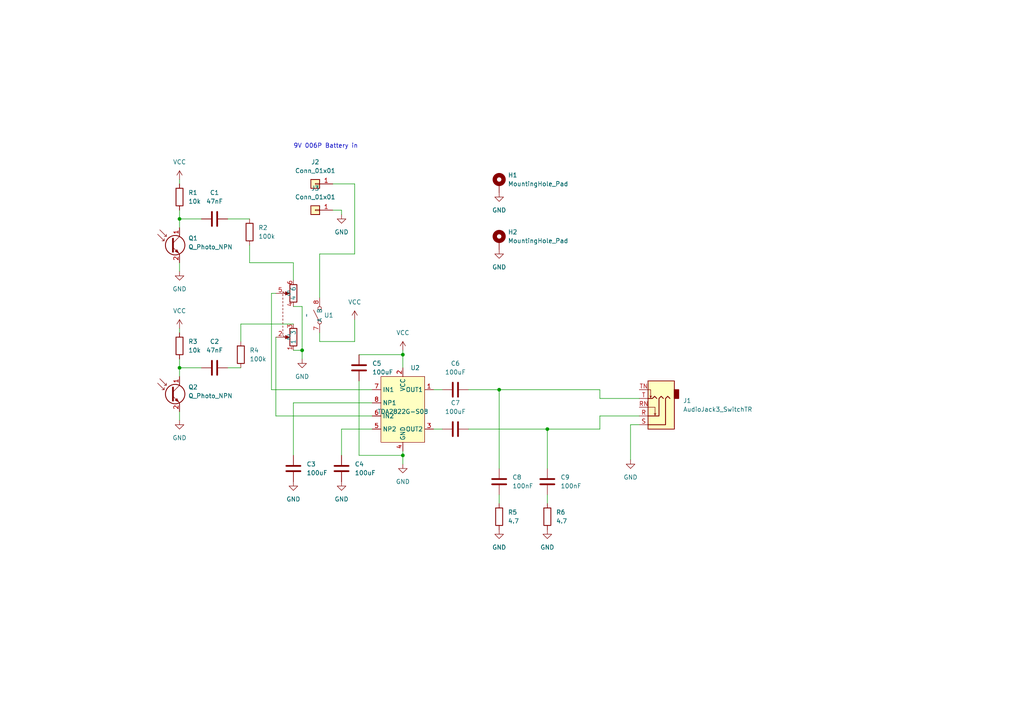
<source format=kicad_sch>
(kicad_sch (version 20230121) (generator eeschema)
  (paper "A4")
  (title_block (title "Stereo Light Receiver") (date "2024-03-17") (rev "0.1.0") (company "Ponoor Experiments inc."))
  (lib_symbols
    (symbol "Connector_Audio:AudioJack3_SwitchTR"
      (property "Reference" "J" (at 0 8.89 0))
      (property "Value" "AudioJack3_SwitchTR" (at 0 6.35 0))
      (symbol "AudioJack3_SwitchTR_0_1"
        (rectangle (start -5.08 -5.08) (end -6.35 -7.62) (stroke (width 0.254)) (fill (type outline)))
        (polyline (pts (xy 0.508 -0.254) (xy 0.762 -0.762)))
        (polyline (pts (xy 1.778 -5.334) (xy 2.032 -5.842)))
        (polyline (pts (xy 0 -5.08) (xy 0.635 -5.715) (xy 1.27 -5.08) (xy 2.54 -5.08)) (stroke (width 0.254)))
        (polyline (pts (xy 2.54 -7.62) (xy 1.778 -7.62) (xy 1.778 -5.334) (xy 1.524 -5.842)))
        (polyline (pts (xy 2.54 -2.54) (xy 0.508 -2.54) (xy 0.508 -0.254) (xy 0.254 -0.762)))
        (polyline (pts (xy -1.905 -5.08) (xy -1.27 -5.715) (xy -0.635 -5.08) (xy -0.635 0) (xy 2.54 0)) (stroke (width 0.254)))
        (polyline (pts (xy 2.54 2.54) (xy -2.54 2.54) (xy -2.54 -5.08) (xy -3.175 -5.715) (xy -3.81 -5.08)) (stroke (width 0.254)))
        (rectangle (start 2.54 3.81) (end -5.08 -10.16) (stroke (width 0.254)) (fill (type background)))
      )
      (symbol "AudioJack3_SwitchTR_1_1"
        (pin passive line (at 5.08 0 180) (length 2.54) (name "~") (number "R"))
        (pin passive line (at 5.08 -2.54 180) (length 2.54) (name "~") (number "RN"))
        (pin passive line (at 5.08 2.54 180) (length 2.54) (name "~") (number "S"))
        (pin passive line (at 5.08 -5.08 180) (length 2.54) (name "~") (number "T"))
        (pin passive line (at 5.08 -7.62 180) (length 2.54) (name "~") (number "TN"))
      )
    )
    (symbol "Connector_Generic:Conn_01x01" (pin_names (offset 1.016) hide)
      (property "Reference" "J" (at 0 2.54 0))
      (property "Value" "Conn_01x01" (at 0 -2.54 0))
      (symbol "Conn_01x01_1_1"
        (rectangle (start -1.27 0.127) (end 0 -0.127) (stroke (width 0.1524)))
        (rectangle (start -1.27 1.27) (end 1.27 -1.27) (stroke (width 0.254)) (fill (type background)))
        (pin passive line (at -5.08 0 0) (length 3.81) (name "Pin_1") (number "1"))
      )
    )
    (symbol "Device:C" (pin_numbers hide) (pin_names (offset 0.254))
      (property "Reference" "C" (at 0.635 2.54 0))
      (property "Value" "C" (at 0.635 -2.54 0))
      (symbol "C_0_1"
        (polyline (pts (xy -2.032 -0.762) (xy 2.032 -0.762)) (stroke (width 0.508)))
        (polyline (pts (xy -2.032 0.762) (xy 2.032 0.762)) (stroke (width 0.508)))
      )
      (symbol "C_1_1"
        (pin passive line (at 0 3.81 270) (length 2.794) (name "~") (number "1"))
        (pin passive line (at 0 -3.81 90) (length 2.794) (name "~") (number "2"))
      )
    )
    (symbol "Device:Q_Photo_NPN" (pin_names (offset 0) hide)
      (property "Reference" "Q" (at 5.08 1.27 0))
      (property "Value" "Q_Photo_NPN" (at 5.08 -1.27 0))
      (symbol "Q_Photo_NPN_0_1"
        (polyline (pts (xy -1.905 1.27) (xy -2.54 1.27)))
        (polyline (pts (xy -1.27 2.54) (xy -1.905 2.54)))
        (polyline (pts (xy 0.635 0.635) (xy 2.54 2.54)))
        (polyline (pts (xy -3.81 3.175) (xy -1.905 1.27) (xy -1.905 1.905)))
        (polyline (pts (xy -3.175 4.445) (xy -1.27 2.54) (xy -1.27 3.175)))
        (polyline (pts (xy 0.635 -0.635) (xy 2.54 -2.54) (xy 2.54 -2.54)))
        (polyline (pts (xy 0.635 1.905) (xy 0.635 -1.905) (xy 0.635 -1.905)) (stroke (width 0.508)))
        (polyline (pts (xy 1.27 -1.778) (xy 1.778 -1.27) (xy 2.286 -2.286) (xy 1.27 -1.778) (xy 1.27 -1.778)) (fill (type outline)))
        (circle (center 1.27 0) (radius 2.8194) (stroke (width 0.254)))
      )
      (symbol "Q_Photo_NPN_1_1"
        (pin passive line (at 2.54 5.08 270) (length 2.54) (name "C") (number "1"))
        (pin passive line (at 2.54 -5.08 90) (length 2.54) (name "E") (number "2"))
      )
    )
    (symbol "Device:R" (pin_numbers hide) (pin_names (offset 0))
      (property "Reference" "R" (at 2.032 0 90))
      (property "Value" "R" (at 0 0 90))
      (symbol "R_0_1"
        (rectangle (start -1.016 -2.54) (end 1.016 2.54) (stroke (width 0.254)))
      )
      (symbol "R_1_1"
        (pin passive line (at 0 3.81 270) (length 1.27) (name "~") (number "1"))
        (pin passive line (at 0 -3.81 90) (length 1.27) (name "~") (number "2"))
      )
    )
    (symbol "Local_Library:RK0972SA"
      (property "Reference" "U" (at 0 0 0))
      (symbol "RK0972SA_0_0"
        (circle (center -2.032 -3.81) (radius 0.508))
        (polyline (pts (xy -1.524 -3.556) (xy 1.524 -2.032)))
        (circle (center 2.032 -3.81) (radius 0.508))
      )
      (symbol "RK0972SA_0_1"
        (rectangle (start -8.89 4.826) (end -3.81 2.794) (stroke (width 0.254)))
        (polyline (pts (xy -6.35 6.35) (xy -6.35 5.334)))
        (polyline (pts (xy -6.35 6.35) (xy -6.35 5.334)))
        (polyline (pts (xy -6.35 6.35) (xy -5.842 6.858)))
        (polyline (pts (xy -5.588 6.858) (xy -5.08 6.858)))
        (polyline (pts (xy -4.572 6.858) (xy -4.064 6.858)))
        (polyline (pts (xy -3.556 6.858) (xy -3.048 6.858)))
        (polyline (pts (xy -2.54 6.858) (xy -2.032 6.858)))
        (polyline (pts (xy -1.524 6.858) (xy -1.016 6.858)))
        (polyline (pts (xy -0.508 6.858) (xy 0 6.858)))
        (polyline (pts (xy 0.508 6.858) (xy 1.016 6.858)))
        (polyline (pts (xy 1.524 6.858) (xy 2.032 6.858)))
        (polyline (pts (xy 2.54 6.858) (xy 3.048 6.858)))
        (polyline (pts (xy 3.556 6.858) (xy 4.064 6.858)))
        (polyline (pts (xy 4.572 6.858) (xy 5.08 6.858)))
        (polyline (pts (xy 5.588 6.858) (xy 6.096 6.858)))
        (polyline (pts (xy 6.35 6.35) (xy 6.35 5.334)))
        (polyline (pts (xy 6.35 6.35) (xy 6.35 5.334)))
        (polyline (pts (xy 6.604 6.858) (xy 6.858 6.858) (xy 6.35 6.35)))
        (polyline (pts (xy -6.35 4.953) (xy -6.858 6.096) (xy -5.842 6.096) (xy -6.35 4.953)) (fill (type outline)))
        (polyline (pts (xy 6.35 4.953) (xy 5.842 6.096) (xy 6.858 6.096) (xy 6.35 4.953)) (fill (type outline)))
        (rectangle (start 3.81 4.826) (end 8.89 2.794) (stroke (width 0.254)))
      )
      (symbol "RK0972SA_1_1"
        (pin passive line (at -10.16 3.81 0) (length 1.27) (name "1") (number "1"))
        (pin passive line (at -6.35 8.89 270) (length 2.54) (name "2") (number "2"))
        (pin passive line (at -2.54 3.81 180) (length 1.27) (name "3") (number "3"))
        (pin passive line (at 2.54 3.81 0) (length 1.27) (name "4") (number "4"))
        (pin passive line (at 6.35 8.89 270) (length 2.54) (name "5") (number "5"))
        (pin passive line (at 10.16 3.81 180) (length 1.27) (name "6") (number "6"))
        (pin passive line (at -5.08 -3.81 0) (length 2.54) (name "A") (number "7"))
        (pin passive line (at 5.08 -3.81 180) (length 2.54) (name "B") (number "8"))
      )
    )
    (symbol "Local_Library:TDA2822"
      (property "Reference" "U" (at 0 0 0))
      (symbol "TDA2822_1_1"
        (polyline (pts (xy 6.35 10.16) (xy -6.35 10.16) (xy -6.35 -8.89) (xy 6.35 -8.89) (xy 6.35 10.16)) (fill (type background)))
        (pin output line (at 8.89 6.35 180) (length 2.54) (name "OUT1") (number "1"))
        (pin power_in line (at 0 12.7 270) (length 2.54) (name "VCC") (number "2"))
        (pin output line (at 8.89 -5.08 180) (length 2.54) (name "OUT2") (number "3"))
        (pin power_in line (at 0 -11.43 90) (length 2.54) (name "GND") (number "4"))
        (pin input line (at -8.89 -5.08 0) (length 2.54) (name "NP2") (number "5"))
        (pin input line (at -8.89 -1.27 0) (length 2.54) (name "IN2") (number "6"))
        (pin input line (at -8.89 6.35 0) (length 2.54) (name "IN1") (number "7"))
        (pin input line (at -8.89 2.54 0) (length 2.54) (name "NP1") (number "8"))
      )
    )
    (symbol "Mechanical:MountingHole_Pad" (pin_numbers hide) (pin_names (offset 1.016) hide)
      (property "Reference" "H" (at 0 6.35 0))
      (property "Value" "MountingHole_Pad" (at 0 4.445 0))
      (symbol "MountingHole_Pad_0_1"
        (circle (center 0 1.27) (radius 1.27) (stroke (width 1.27)))
      )
      (symbol "MountingHole_Pad_1_1"
        (pin input line (at 0 -2.54 90) (length 2.54) (name "1") (number "1"))
      )
    )
    (symbol "power:GND" (power) (pin_names (offset 0))
      (property "Value" "GND" (at 0 -3.81 0))
      (symbol "GND_0_1"
        (polyline (pts (xy 0 0) (xy 0 -1.27) (xy 1.27 -1.27) (xy 0 -2.54) (xy -1.27 -1.27) (xy 0 -1.27)))
      )
      (symbol "GND_1_1"
        (pin power_in line (at 0 0 270) (length 0) hide (name "GND") (number "1"))
      )
    )
    (symbol "power:VCC" (power) (pin_names (offset 0))
      (property "Value" "VCC" (at 0 3.81 0))
      (symbol "VCC_0_1"
        (polyline (pts (xy -0.762 1.27) (xy 0 2.54)))
        (polyline (pts (xy 0 0) (xy 0 2.54)))
        (polyline (pts (xy 0 2.54) (xy 0.762 1.27)))
      )
      (symbol "VCC_1_1"
        (pin power_in line (at 0 0 90) (length 0) hide (name "VCC") (number "1"))
      )
    )
  )
  (junction (at 116.84 132.08))
  (junction (at 87.63 101.6))
  (junction (at 116.84 102.87))
  (junction (at 52.07 63.5))
  (junction (at 144.78 113.03))
  (junction (at 158.75 124.46))
  (junction (at 52.07 106.68))
  (wire (pts (xy 52.07 104.14) (xy 52.07 106.68)))
  (wire (pts (xy 52.07 52.07) (xy 52.07 53.34)))
  (wire (pts (xy 85.09 88.9) (xy 87.63 88.9)))
  (wire (pts (xy 185.42 123.19) (xy 182.88 123.19)))
  (wire (pts (xy 92.71 96.52) (xy 92.71 99.06)))
  (wire (pts (xy 80.01 120.65) (xy 107.95 120.65)))
  (wire (pts (xy 92.71 99.06) (xy 102.87 99.06)))
  (wire (pts (xy 116.84 132.08) (xy 116.84 134.62)))
  (wire (pts (xy 135.89 124.46) (xy 158.75 124.46)))
  (wire (pts (xy 116.84 102.87) (xy 116.84 106.68)))
  (wire (pts (xy 104.14 110.49) (xy 104.14 132.08)))
  (wire (pts (xy 87.63 88.9) (xy 87.63 101.6)))
  (wire (pts (xy 182.88 123.19) (xy 182.88 133.35)))
  (wire (pts (xy 102.87 92.71) (xy 102.87 99.06)))
  (wire (pts (xy 116.84 130.81) (xy 116.84 132.08)))
  (wire (pts (xy 52.07 63.5) (xy 52.07 66.04)))
  (wire (pts (xy 80.01 97.79) (xy 80.01 120.65)))
  (wire (pts (xy 158.75 124.46) (xy 158.75 135.89)))
  (wire (pts (xy 78.74 85.09) (xy 78.74 113.03)))
  (wire (pts (xy 69.85 93.98) (xy 69.85 99.06)))
  (wire (pts (xy 85.09 101.6) (xy 87.63 101.6)))
  (wire (pts (xy 102.87 73.66) (xy 102.87 53.34)))
  (wire (pts (xy 52.07 63.5) (xy 58.42 63.5)))
  (wire (pts (xy 116.84 101.6) (xy 116.84 102.87)))
  (wire (pts (xy 96.52 60.96) (xy 99.06 60.96)))
  (wire (pts (xy 52.07 95.25) (xy 52.07 96.52)))
  (wire (pts (xy 158.75 124.46) (xy 173.99 124.46)))
  (wire (pts (xy 185.42 115.57) (xy 173.99 115.57)))
  (wire (pts (xy 85.09 81.28) (xy 85.09 76.2)))
  (wire (pts (xy 144.78 135.89) (xy 144.78 113.03)))
  (wire (pts (xy 92.71 73.66) (xy 102.87 73.66)))
  (wire (pts (xy 78.74 113.03) (xy 107.95 113.03)))
  (wire (pts (xy 87.63 101.6) (xy 87.63 104.14)))
  (wire (pts (xy 158.75 143.51) (xy 158.75 146.05)))
  (wire (pts (xy 104.14 132.08) (xy 116.84 132.08)))
  (wire (pts (xy 72.39 71.12) (xy 72.39 76.2)))
  (wire (pts (xy 135.89 113.03) (xy 144.78 113.03)))
  (wire (pts (xy 185.42 120.65) (xy 173.99 120.65)))
  (wire (pts (xy 66.04 63.5) (xy 72.39 63.5)))
  (wire (pts (xy 173.99 120.65) (xy 173.99 124.46)))
  (wire (pts (xy 99.06 60.96) (xy 99.06 62.23)))
  (wire (pts (xy 85.09 93.98) (xy 69.85 93.98)))
  (wire (pts (xy 96.52 53.34) (xy 102.87 53.34)))
  (wire (pts (xy 144.78 113.03) (xy 173.99 113.03)))
  (wire (pts (xy 52.07 76.2) (xy 52.07 78.74)))
  (wire (pts (xy 80.01 85.09) (xy 78.74 85.09)))
  (wire (pts (xy 107.95 124.46) (xy 99.06 124.46)))
  (wire (pts (xy 52.07 119.38) (xy 52.07 121.92)))
  (wire (pts (xy 144.78 143.51) (xy 144.78 146.05)))
  (wire (pts (xy 52.07 106.68) (xy 58.42 106.68)))
  (wire (pts (xy 52.07 60.96) (xy 52.07 63.5)))
  (wire (pts (xy 85.09 116.84) (xy 85.09 132.08)))
  (wire (pts (xy 125.73 113.03) (xy 128.27 113.03)))
  (wire (pts (xy 92.71 86.36) (xy 92.71 73.66)))
  (wire (pts (xy 85.09 76.2) (xy 72.39 76.2)))
  (wire (pts (xy 66.04 106.68) (xy 69.85 106.68)))
  (wire (pts (xy 52.07 106.68) (xy 52.07 109.22)))
  (wire (pts (xy 173.99 115.57) (xy 173.99 113.03)))
  (wire (pts (xy 107.95 116.84) (xy 85.09 116.84)))
  (wire (pts (xy 125.73 124.46) (xy 128.27 124.46)))
  (wire (pts (xy 104.14 102.87) (xy 116.84 102.87)))
  (wire (pts (xy 99.06 124.46) (xy 99.06 132.08)))
  (text "9V 006P Battery in" (at 85.09 43.18 0) (effects (font (size 1.27 1.27)) (justify left bottom)))
  (symbol (lib_id "power:GND") (at 99.06 62.23 0) (unit 1)
    (property "Reference" "#PWR013" (effects hide))
    (property "Value" "GND" (at 99.06 67.31 0))
  )
  (symbol (lib_id "power:GND") (at 144.78 153.67 0) (unit 1)
    (property "Reference" "#PWR010" (effects hide))
    (property "Value" "GND" (at 144.78 158.75 0))
  )
  (symbol (lib_id "power:GND") (at 144.78 55.88 0) (unit 1)
    (property "Reference" "#PWR015" (effects hide))
    (property "Value" "GND" (at 144.78 60.96 0))
  )
  (symbol (lib_id "Device:R") (at 52.07 57.15 0) (unit 1)
    (property "Reference" "R1" (at 54.61 55.88 0) (effects (justify left)))
    (property "Value" "10k" (at 54.61 58.42 0) (effects (justify left)))
    (property "Footprint" "Resistor_SMD:R_0603_1608Metric" (effects hide))
  )
  (symbol (lib_id "power:GND") (at 52.07 78.74 0) (unit 1)
    (property "Reference" "#PWR01" (effects hide))
    (property "Value" "GND" (at 52.07 83.82 0))
  )
  (symbol (lib_id "power:VCC") (at 116.84 101.6 0) (unit 1)
    (property "Reference" "#PWR04" (effects hide))
    (property "Value" "VCC" (at 116.84 96.52 0))
  )
  (symbol (lib_id "Device:C") (at 99.06 135.89 0) (unit 1)
    (property "Reference" "C4" (at 102.87 134.62 0) (effects (justify left)))
    (property "Value" "100uF" (at 102.87 137.16 0) (effects (justify left)))
    (property "Footprint" "Capacitor_SMD:C_1206_3216Metric" (effects hide))
  )
  (symbol (lib_id "Mechanical:MountingHole_Pad") (at 144.78 69.85 0) (unit 1)
    (property "Reference" "H2" (at 147.32 67.31 0) (effects (justify left)))
    (property "Value" "MountingHole_Pad" (at 147.32 69.85 0) (effects (justify left)))
    (property "Footprint" "MountingHole:MountingHole_3.2mm_M3_Pad_Via" (effects hide))
  )
  (symbol (lib_id "power:GND") (at 99.06 139.7 0) (unit 1)
    (property "Reference" "#PWR06" (effects hide))
    (property "Value" "GND" (at 99.06 144.78 0))
  )
  (symbol (lib_id "Device:C") (at 144.78 139.7 180) (unit 1)
    (property "Reference" "C8" (at 148.59 138.43 0) (effects (justify right)))
    (property "Value" "100nF" (at 148.59 140.97 0) (effects (justify right)))
    (property "Footprint" "Capacitor_SMD:C_0603_1608Metric" (effects hide))
  )
  (symbol (lib_id "power:VCC") (at 102.87 92.71 0) (unit 1)
    (property "Reference" "#PWR014" (effects hide))
    (property "Value" "VCC" (at 102.87 87.63 0))
  )
  (symbol (lib_id "Device:C") (at 62.23 106.68 90) (unit 1)
    (property "Reference" "C2" (at 62.23 99.06 90))
    (property "Value" "47nF" (at 62.23 101.6 90))
    (property "Footprint" "Capacitor_SMD:C_0603_1608Metric" (effects hide))
  )
  (symbol (lib_id "power:GND") (at 85.09 139.7 0) (unit 1)
    (property "Reference" "#PWR05" (effects hide))
    (property "Value" "GND" (at 85.09 144.78 0))
  )
  (symbol (lib_id "Device:C") (at 104.14 106.68 0) (unit 1)
    (property "Reference" "C5" (at 107.95 105.41 0) (effects (justify left)))
    (property "Value" "100uF" (at 107.95 107.95 0) (effects (justify left)))
    (property "Footprint" "Capacitor_SMD:C_1206_3216Metric" (effects hide))
  )
  (symbol (lib_id "power:VCC") (at 52.07 52.07 0) (unit 1)
    (property "Reference" "#PWR02" (effects hide))
    (property "Value" "VCC" (at 52.07 46.99 0))
  )
  (symbol (lib_id "Connector_Generic:Conn_01x01") (at 91.44 60.96 180) (unit 1)
    (property "Reference" "J3" (at 91.44 54.61 0))
    (property "Value" "Conn_01x01" (at 91.44 57.15 0))
    (property "Footprint" "Connector_Wire:SolderWirePad_1x01_SMD_5x10mm" (effects hide))
  )
  (symbol (lib_id "Connector_Generic:Conn_01x01") (at 91.44 53.34 180) (unit 1)
    (property "Reference" "J2" (at 91.44 46.99 0))
    (property "Value" "Conn_01x01" (at 91.44 49.53 0))
    (property "Footprint" "Connector_Wire:SolderWirePad_1x01_SMD_5x10mm" (effects hide))
  )
  (symbol (lib_id "Connector_Audio:AudioJack3_SwitchTR") (at 190.5 120.65 180) (unit 1)
    (property "Reference" "J1" (at 198.12 116.205 0) (effects (justify right)))
    (property "Value" "AudioJack3_SwitchTR" (at 198.12 118.745 0) (effects (justify right)))
    (property "Footprint" "Loical_Library:MJ-495A" (effects hide))
  )
  (symbol (lib_id "Device:R") (at 158.75 149.86 180) (unit 1)
    (property "Reference" "R6" (at 161.29 148.59 0) (effects (justify right)))
    (property "Value" "4.7" (at 161.29 151.13 0) (effects (justify right)))
    (property "Footprint" "Resistor_SMD:R_0603_1608Metric" (effects hide))
  )
  (symbol (lib_id "power:GND") (at 182.88 133.35 0) (unit 1)
    (property "Reference" "#PWR012" (effects hide))
    (property "Value" "GND" (at 182.88 138.43 0))
  )
  (symbol (lib_id "power:GND") (at 87.63 104.14 0) (unit 1)
    (property "Reference" "#PWR03" (effects hide))
    (property "Value" "GND" (at 87.63 109.22 0))
  )
  (symbol (lib_id "Device:C") (at 132.08 113.03 90) (unit 1)
    (property "Reference" "C6" (at 132.08 105.41 90))
    (property "Value" "100uF" (at 132.08 107.95 90))
    (property "Footprint" "Capacitor_SMD:C_1206_3216Metric" (effects hide))
  )
  (symbol (lib_id "Device:R") (at 52.07 100.33 0) (unit 1)
    (property "Reference" "R3" (at 54.61 99.06 0) (effects (justify left)))
    (property "Value" "10k" (at 54.61 101.6 0) (effects (justify left)))
    (property "Footprint" "Resistor_SMD:R_0603_1608Metric" (effects hide))
  )
  (symbol (lib_id "Local_Library:RK0972SA") (at 88.9 91.44 90) (unit 1)
    (property "Reference" "U1" (at 93.98 91.44 90) (effects (justify right)))
    (property "Value" "~" (at 88.9 91.44 0))
    (property "Footprint" "Potentiometer_THT:Potentiometer_Alps_RK097_Dual_Horizontal_Switch" (effects hide))
  )
  (symbol (lib_id "power:GND") (at 158.75 153.67 0) (unit 1)
    (property "Reference" "#PWR011" (effects hide))
    (property "Value" "GND" (at 158.75 158.75 0))
  )
  (symbol (lib_id "power:GND") (at 52.07 121.92 0) (unit 1)
    (property "Reference" "#PWR08" (effects hide))
    (property "Value" "GND" (at 52.07 127 0))
  )
  (symbol (lib_id "Device:C") (at 158.75 139.7 180) (unit 1)
    (property "Reference" "C9" (at 162.56 138.43 0) (effects (justify right)))
    (property "Value" "100nF" (at 162.56 140.97 0) (effects (justify right)))
    (property "Footprint" "Capacitor_SMD:C_0603_1608Metric" (effects hide))
  )
  (symbol (lib_id "power:VCC") (at 52.07 95.25 0) (unit 1)
    (property "Reference" "#PWR07" (effects hide))
    (property "Value" "VCC" (at 52.07 90.17 0))
  )
  (symbol (lib_id "power:GND") (at 116.84 134.62 0) (unit 1)
    (property "Reference" "#PWR09" (effects hide))
    (property "Value" "GND" (at 116.84 139.7 0))
  )
  (symbol (lib_id "Local_Library:TDA2822") (at 116.84 119.38 0) (unit 1)
    (property "Reference" "U2" (at 119.0341 106.68 0) (effects (justify left)))
    (property "Value" "TDA2822G-S08" (at 116.84 119.38 0))
    (property "Footprint" "Package_SO:SOP-8_3.9x4.9mm_P1.27mm" (effects hide))
  )
  (symbol (lib_id "power:GND") (at 144.78 72.39 0) (unit 1)
    (property "Reference" "#PWR016" (effects hide))
    (property "Value" "GND" (at 144.78 77.47 0))
  )
  (symbol (lib_id "Device:C") (at 62.23 63.5 90) (unit 1)
    (property "Reference" "C1" (at 62.23 55.88 90))
    (property "Value" "47nF" (at 62.23 58.42 90))
    (property "Footprint" "Capacitor_SMD:C_0603_1608Metric" (effects hide))
  )
  (symbol (lib_id "Device:C") (at 132.08 124.46 90) (unit 1)
    (property "Reference" "C7" (at 132.08 116.84 90))
    (property "Value" "100uF" (at 132.08 119.38 90))
    (property "Footprint" "Capacitor_SMD:C_1206_3216Metric" (effects hide))
  )
  (symbol (lib_id "Mechanical:MountingHole_Pad") (at 144.78 53.34 0) (unit 1)
    (property "Reference" "H1" (at 147.32 50.8 0) (effects (justify left)))
    (property "Value" "MountingHole_Pad" (at 147.32 53.34 0) (effects (justify left)))
    (property "Footprint" "MountingHole:MountingHole_3.2mm_M3_Pad_Via" (effects hide))
  )
  (symbol (lib_id "Device:Q_Photo_NPN") (at 49.53 71.12 0) (unit 1)
    (property "Reference" "Q1" (at 54.61 69.1007 0) (effects (justify left)))
    (property "Value" "Q_Photo_NPN" (at 54.61 71.6407 0) (effects (justify left)))
    (property "Footprint" "LED_THT:LED_D3.0mm_Horizontal_O1.27mm_Z2.0mm_IRBlack" (effects hide))
  )
  (symbol (lib_id "Device:R") (at 144.78 149.86 180) (unit 1)
    (property "Reference" "R5" (at 147.32 148.59 0) (effects (justify right)))
    (property "Value" "4.7" (at 147.32 151.13 0) (effects (justify right)))
    (property "Footprint" "Resistor_SMD:R_0603_1608Metric" (effects hide))
  )
  (symbol (lib_id "Device:C") (at 85.09 135.89 0) (unit 1)
    (property "Reference" "C3" (at 88.9 134.62 0) (effects (justify left)))
    (property "Value" "100uF" (at 88.9 137.16 0) (effects (justify left)))
    (property "Footprint" "Capacitor_SMD:C_1206_3216Metric" (effects hide))
  )
  (symbol (lib_id "Device:R") (at 69.85 102.87 180) (unit 1)
    (property "Reference" "R4" (at 72.39 101.6 0) (effects (justify right)))
    (property "Value" "100k" (at 72.39 104.14 0) (effects (justify right)))
    (property "Footprint" "Resistor_SMD:R_0603_1608Metric" (effects hide))
  )
  (symbol (lib_id "Device:R") (at 72.39 67.31 0) (unit 1)
    (property "Reference" "R2" (at 74.93 66.04 0) (effects (justify left)))
    (property "Value" "100k" (at 74.93 68.58 0) (effects (justify left)))
    (property "Footprint" "Resistor_SMD:R_0603_1608Metric" (effects hide))
  )
  (symbol (lib_id "Device:Q_Photo_NPN") (at 49.53 114.3 0) (unit 1)
    (property "Reference" "Q2" (at 54.61 112.2807 0) (effects (justify left)))
    (property "Value" "Q_Photo_NPN" (at 54.61 114.8207 0) (effects (justify left)))
    (property "Footprint" "LED_THT:LED_D3.0mm_Horizontal_O1.27mm_Z2.0mm_IRBlack" (effects hide))
  )
)
</source>
